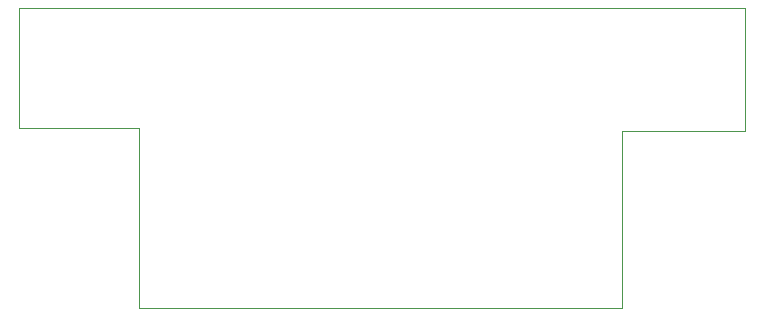
<source format=gbr>
%TF.GenerationSoftware,KiCad,Pcbnew,9.0.6*%
%TF.CreationDate,2026-01-07T20:23:40-06:00*%
%TF.ProjectId,K9HZ_100W_11band_LPF-TR-carrier_01_06_26,4b39485a-5f31-4303-9057-5f313162616e,rev?*%
%TF.SameCoordinates,Original*%
%TF.FileFunction,Profile,NP*%
%FSLAX46Y46*%
G04 Gerber Fmt 4.6, Leading zero omitted, Abs format (unit mm)*
G04 Created by KiCad (PCBNEW 9.0.6) date 2026-01-07 20:23:40*
%MOMM*%
%LPD*%
G01*
G04 APERTURE LIST*
%TA.AperFunction,Profile*%
%ADD10C,0.100000*%
%TD*%
G04 APERTURE END LIST*
D10*
X122936000Y-86614000D02*
X112522000Y-86614000D01*
X112522000Y-101600000D01*
X71628000Y-101600000D01*
X71628000Y-86360000D01*
X61468000Y-86360000D01*
X61468000Y-76200000D01*
X122936000Y-76200000D01*
X122936000Y-86614000D01*
M02*

</source>
